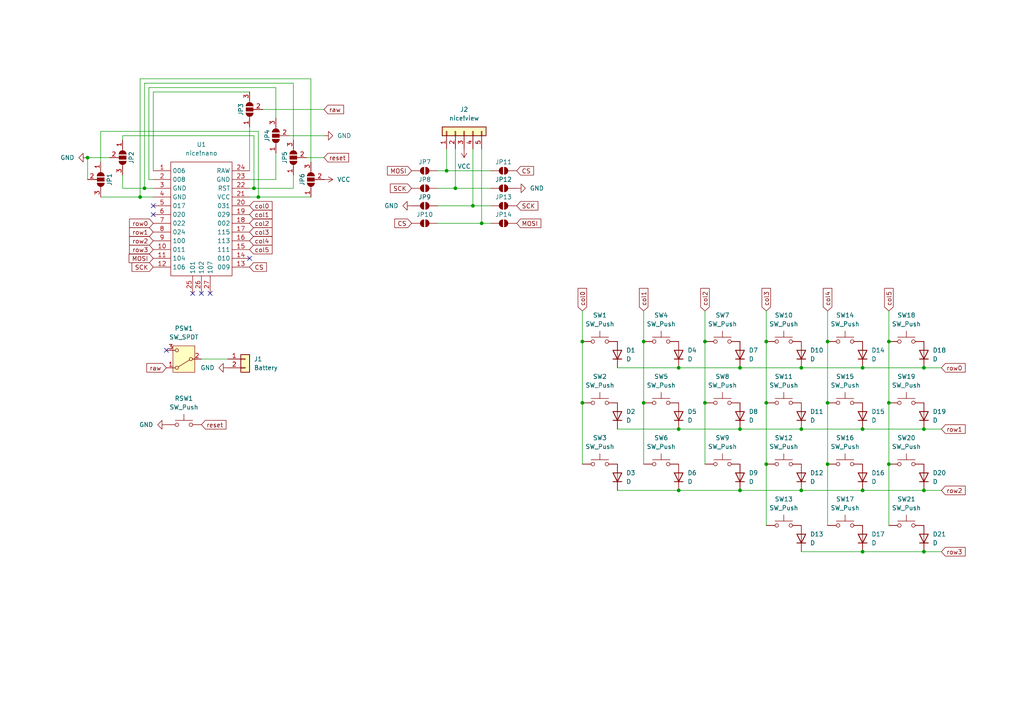
<source format=kicad_sch>
(kicad_sch (version 20231120) (generator "eeschema") (generator_version "8.0")
  (paper "A4")
  (lib_symbols
    (symbol "Connector_Generic:Conn_01x02" (pin_names (offset 1.016) hide)
      (property "Reference" "J" (at 0 2.54 0))
      (property "Value" "Conn_01x02" (at 0 -5.08 0))
      (symbol "Conn_01x02_1_1"
        (rectangle (start -1.27 -2.413) (end 0 -2.667) (stroke (width 0.1524)))
        (rectangle (start -1.27 0.127) (end 0 -0.127) (stroke (width 0.1524)))
        (rectangle (start -1.27 1.27) (end 1.27 -3.81) (stroke (width 0.254)) (fill (type background)))
        (pin passive line (at -5.08 0 0) (length 3.81) (name "Pin_1") (number "1"))
        (pin passive line (at -5.08 -2.54 0) (length 3.81) (name "Pin_2") (number "2"))
      )
    )
    (symbol "Connector_Generic:Conn_01x05" (pin_names (offset 1.016) hide)
      (property "Reference" "J" (at 0 7.62 0))
      (property "Value" "Conn_01x05" (at 0 -7.62 0))
      (symbol "Conn_01x05_1_1"
        (rectangle (start -1.27 -4.953) (end 0 -5.207) (stroke (width 0.1524)))
        (rectangle (start -1.27 -2.413) (end 0 -2.667) (stroke (width 0.1524)))
        (rectangle (start -1.27 0.127) (end 0 -0.127) (stroke (width 0.1524)))
        (rectangle (start -1.27 2.667) (end 0 2.413) (stroke (width 0.1524)))
        (rectangle (start -1.27 5.207) (end 0 4.953) (stroke (width 0.1524)))
        (rectangle (start -1.27 6.35) (end 1.27 -6.35) (stroke (width 0.254)) (fill (type background)))
        (pin passive line (at -5.08 5.08 0) (length 3.81) (name "Pin_1") (number "1"))
        (pin passive line (at -5.08 2.54 0) (length 3.81) (name "Pin_2") (number "2"))
        (pin passive line (at -5.08 0 0) (length 3.81) (name "Pin_3") (number "3"))
        (pin passive line (at -5.08 -2.54 0) (length 3.81) (name "Pin_4") (number "4"))
        (pin passive line (at -5.08 -5.08 0) (length 3.81) (name "Pin_5") (number "5"))
      )
    )
    (symbol "Corne:NiceNano"
      (property "Reference" "U" (at 0 20.32 0))
      (property "Value" "nice!nano" (at 0 17.78 0))
      (symbol "NiceNano_0_1"
        (rectangle (start -8.89 16.51) (end 8.89 -16.51))
      )
      (symbol "NiceNano_1_1"
        (pin bidirectional line (at -13.97 13.97 0) (length 5.08) (name "006") (number "1"))
        (pin bidirectional line (at -13.97 -8.89 0) (length 5.08) (name "011") (number "10"))
        (pin bidirectional line (at -13.97 -11.43 0) (length 5.08) (name "104") (number "11"))
        (pin bidirectional line (at -13.97 -13.97 0) (length 5.08) (name "106") (number "12"))
        (pin bidirectional line (at 13.97 -13.97 180) (length 5.08) (name "009") (number "13"))
        (pin bidirectional line (at 13.97 -11.43 180) (length 5.08) (name "010") (number "14"))
        (pin bidirectional line (at 13.97 -8.89 180) (length 5.08) (name "111") (number "15"))
        (pin bidirectional line (at 13.97 -6.35 180) (length 5.08) (name "113") (number "16"))
        (pin bidirectional line (at 13.97 -3.81 180) (length 5.08) (name "115") (number "17"))
        (pin bidirectional line (at 13.97 -1.27 180) (length 5.08) (name "002") (number "18"))
        (pin bidirectional line (at 13.97 1.27 180) (length 5.08) (name "029") (number "19"))
        (pin bidirectional line (at -13.97 11.43 0) (length 5.08) (name "008") (number "2"))
        (pin bidirectional line (at 13.97 3.81 180) (length 5.08) (name "031") (number "20"))
        (pin bidirectional line (at 13.97 6.35 180) (length 5.08) (name "VCC") (number "21"))
        (pin bidirectional line (at 13.97 8.89 180) (length 5.08) (name "RST") (number "22"))
        (pin bidirectional line (at 13.97 11.43 180) (length 5.08) (name "GND") (number "23"))
        (pin bidirectional line (at 13.97 13.97 180) (length 5.08) (name "RAW") (number "24"))
        (pin bidirectional line (at -2.54 -21.59 90) (length 5.08) (name "101") (number "25"))
        (pin bidirectional line (at 0 -21.59 90) (length 5.08) (name "102") (number "26"))
        (pin bidirectional line (at 2.54 -21.59 90) (length 5.08) (name "107") (number "27"))
        (pin bidirectional line (at -13.97 8.89 0) (length 5.08) (name "GND") (number "3"))
        (pin bidirectional line (at -13.97 6.35 0) (length 5.08) (name "GND") (number "4"))
        (pin bidirectional line (at -13.97 3.81 0) (length 5.08) (name "017") (number "5"))
        (pin bidirectional line (at -13.97 1.27 0) (length 5.08) (name "020") (number "6"))
        (pin bidirectional line (at -13.97 -1.27 0) (length 5.08) (name "022") (number "7"))
        (pin bidirectional line (at -13.97 -3.81 0) (length 5.08) (name "024") (number "8"))
        (pin bidirectional line (at -13.97 -6.35 0) (length 5.08) (name "100") (number "9"))
      )
    )
    (symbol "Device:D" (pin_numbers hide) (pin_names (offset 1.016) hide)
      (property "Reference" "D" (at 0 2.54 0))
      (property "Value" "D" (at 0 -2.54 0))
      (symbol "D_0_1"
        (polyline (pts (xy -1.27 1.27) (xy -1.27 -1.27)) (stroke (width 0.254)))
        (polyline (pts (xy 1.27 0) (xy -1.27 0)))
        (polyline (pts (xy 1.27 1.27) (xy 1.27 -1.27) (xy -1.27 0) (xy 1.27 1.27)) (stroke (width 0.254)))
      )
      (symbol "D_1_1"
        (pin passive line (at -3.81 0 0) (length 2.54) (name "K") (number "1"))
        (pin passive line (at 3.81 0 180) (length 2.54) (name "A") (number "2"))
      )
    )
    (symbol "Jumper:SolderJumper_2_Open" (pin_numbers hide) (pin_names (offset 0) hide) (exclude_from_sim yes) (in_bom no)
      (property "Reference" "JP" (at 0 2.032 0))
      (property "Value" "SolderJumper_2_Open" (at 0 -2.54 0))
      (symbol "SolderJumper_2_Open_0_1"
        (arc (start -0.254 1.016) (mid -1.2656 0) (end -0.254 -1.016))
        (arc (start -0.254 1.016) (mid -1.2656 0) (end -0.254 -1.016) (fill (type outline)))
        (polyline (pts (xy -0.254 1.016) (xy -0.254 -1.016)))
        (polyline (pts (xy 0.254 1.016) (xy 0.254 -1.016)))
        (arc (start 0.254 -1.016) (mid 1.2656 0) (end 0.254 1.016))
        (arc (start 0.254 -1.016) (mid 1.2656 0) (end 0.254 1.016) (fill (type outline)))
      )
      (symbol "SolderJumper_2_Open_1_1"
        (pin passive line (at -3.81 0 0) (length 2.54) (name "A") (number "1"))
        (pin passive line (at 3.81 0 180) (length 2.54) (name "B") (number "2"))
      )
    )
    (symbol "Jumper:SolderJumper_3_Open" (pin_names (offset 0) hide) (exclude_from_sim yes) (in_bom no)
      (property "Reference" "JP" (at -2.54 -2.54 0))
      (property "Value" "SolderJumper_3_Open" (at 0 2.794 0))
      (symbol "SolderJumper_3_Open_0_1"
        (arc (start -1.016 1.016) (mid -2.0276 0) (end -1.016 -1.016))
        (arc (start -1.016 1.016) (mid -2.0276 0) (end -1.016 -1.016) (fill (type outline)))
        (rectangle (start -0.508 1.016) (end 0.508 -1.016) (fill (type outline)))
        (polyline (pts (xy -2.54 0) (xy -2.032 0)))
        (polyline (pts (xy -1.016 1.016) (xy -1.016 -1.016)))
        (polyline (pts (xy 0 -1.27) (xy 0 -1.016)))
        (polyline (pts (xy 1.016 1.016) (xy 1.016 -1.016)))
        (polyline (pts (xy 2.54 0) (xy 2.032 0)))
        (arc (start 1.016 -1.016) (mid 2.0276 0) (end 1.016 1.016))
        (arc (start 1.016 -1.016) (mid 2.0276 0) (end 1.016 1.016) (fill (type outline)))
      )
      (symbol "SolderJumper_3_Open_1_1"
        (pin passive line (at -5.08 0 0) (length 2.54) (name "A") (number "1"))
        (pin passive line (at 0 -3.81 90) (length 2.54) (name "C") (number "2"))
        (pin passive line (at 5.08 0 180) (length 2.54) (name "B") (number "3"))
      )
    )
    (symbol "Switch:SW_Push" (pin_numbers hide) (pin_names (offset 1.016) hide)
      (property "Reference" "SW" (at 1.27 2.54 0))
      (property "Value" "SW_Push" (at 0 -1.524 0))
      (symbol "SW_Push_0_1"
        (circle (center -2.032 0) (radius 0.508))
        (polyline (pts (xy 0 1.27) (xy 0 3.048)))
        (polyline (pts (xy 2.54 1.27) (xy -2.54 1.27)))
        (circle (center 2.032 0) (radius 0.508))
        (pin passive line (at -5.08 0 0) (length 2.54) (name "1") (number "1"))
        (pin passive line (at 5.08 0 180) (length 2.54) (name "2") (number "2"))
      )
    )
    (symbol "Switch:SW_SPDT" (pin_names (offset 0) hide)
      (property "Reference" "SW" (at 0 5.08 0))
      (property "Value" "SW_SPDT" (at 0 -5.08 0))
      (symbol "SW_SPDT_0_1"
        (circle (center -2.032 0) (radius 0.4572))
        (polyline (pts (xy -1.651 0.254) (xy 1.651 2.286)))
        (circle (center 2.032 -2.54) (radius 0.4572))
        (circle (center 2.032 2.54) (radius 0.4572))
      )
      (symbol "SW_SPDT_1_1"
        (rectangle (start -3.175 3.81) (end 3.175 -3.81) (fill (type background)))
        (pin passive line (at 5.08 2.54 180) (length 2.54) (name "A") (number "1"))
        (pin passive line (at -5.08 0 0) (length 2.54) (name "B") (number "2"))
        (pin passive line (at 5.08 -2.54 180) (length 2.54) (name "C") (number "3"))
      )
    )
    (symbol "power:GND" (power) (pin_numbers hide) (pin_names (offset 0) hide)
      (property "Value" "GND" (at 0 -3.81 0))
      (symbol "GND_0_1"
        (polyline (pts (xy 0 0) (xy 0 -1.27) (xy 1.27 -1.27) (xy 0 -2.54) (xy -1.27 -1.27) (xy 0 -1.27)))
      )
      (symbol "GND_1_1"
        (pin power_in line (at 0 0 270) (length 0) (name "~") (number "1"))
      )
    )
    (symbol "power:VCC" (power) (pin_numbers hide) (pin_names (offset 0) hide)
      (property "Value" "VCC" (at 0 3.556 0))
      (symbol "VCC_0_1"
        (polyline (pts (xy -0.762 1.27) (xy 0 2.54)))
        (polyline (pts (xy 0 0) (xy 0 2.54)))
        (polyline (pts (xy 0 2.54) (xy 0.762 1.27)))
      )
      (symbol "VCC_1_1"
        (pin power_in line (at 0 0 90) (length 0) (name "~") (number "1"))
      )
    )
  )
  (junction (at 232.41 106.68))
  (junction (at 267.97 106.68))
  (junction (at 267.97 124.46))
  (junction (at 74.93 57.15))
  (junction (at 168.91 116.84))
  (junction (at 25.4 45.72))
  (junction (at 250.19 142.24))
  (junction (at 250.19 106.68))
  (junction (at 196.85 124.46))
  (junction (at 204.47 99.06))
  (junction (at 240.03 99.06))
  (junction (at 132.08 54.61))
  (junction (at 222.25 116.84))
  (junction (at 196.85 106.68))
  (junction (at 137.16 59.69))
  (junction (at 214.63 106.68))
  (junction (at 257.81 99.06))
  (junction (at 196.85 142.24))
  (junction (at 73.66 54.61))
  (junction (at 41.91 54.61))
  (junction (at 129.54 49.53))
  (junction (at 214.63 142.24))
  (junction (at 267.97 160.02))
  (junction (at 240.03 116.84))
  (junction (at 222.25 134.62))
  (junction (at 204.47 116.84))
  (junction (at 139.7 64.77))
  (junction (at 267.97 142.24))
  (junction (at 240.03 134.62))
  (junction (at 257.81 116.84))
  (junction (at 186.69 116.84))
  (junction (at 232.41 142.24))
  (junction (at 250.19 160.02))
  (junction (at 168.91 99.06))
  (junction (at 250.19 124.46))
  (junction (at 222.25 99.06))
  (junction (at 40.64 57.15))
  (junction (at 214.63 124.46))
  (junction (at 186.69 99.06))
  (junction (at 257.81 134.62))
  (junction (at 232.41 124.46))
  (no_connect (at 44.45 59.69))
  (no_connect (at 44.45 62.23))
  (no_connect (at 58.42 85.09))
  (no_connect (at 48.26 101.6))
  (no_connect (at 72.39 74.93))
  (no_connect (at 60.96 85.09))
  (no_connect (at 55.88 85.09))
  (wire (pts (xy 168.91 99.06) (xy 168.91 116.84)))
  (wire (pts (xy 40.64 22.86) (xy 40.64 57.15)))
  (wire (pts (xy 257.81 90.17) (xy 257.81 99.06)))
  (wire (pts (xy 186.69 90.17) (xy 186.69 99.06)))
  (wire (pts (xy 31.75 45.72) (xy 25.4 45.72)))
  (wire (pts (xy 232.41 142.24) (xy 250.19 142.24)))
  (wire (pts (xy 41.91 24.13) (xy 41.91 54.61)))
  (wire (pts (xy 41.91 54.61) (xy 44.45 54.61)))
  (wire (pts (xy 76.2 31.75) (xy 93.98 31.75)))
  (wire (pts (xy 204.47 99.06) (xy 204.47 116.84)))
  (wire (pts (xy 90.17 46.99) (xy 90.17 22.86)))
  (wire (pts (xy 132.08 54.61) (xy 127 54.61)))
  (wire (pts (xy 196.85 142.24) (xy 214.63 142.24)))
  (wire (pts (xy 250.19 142.24) (xy 267.97 142.24)))
  (wire (pts (xy 137.16 59.69) (xy 142.24 59.69)))
  (wire (pts (xy 74.93 57.15) (xy 90.17 57.15)))
  (wire (pts (xy 196.85 106.68) (xy 214.63 106.68)))
  (wire (pts (xy 129.54 43.18) (xy 129.54 49.53)))
  (wire (pts (xy 35.56 50.8) (xy 35.56 54.61)))
  (wire (pts (xy 222.25 99.06) (xy 222.25 116.84)))
  (wire (pts (xy 72.39 57.15) (xy 74.93 57.15)))
  (wire (pts (xy 204.47 116.84) (xy 204.47 134.62)))
  (wire (pts (xy 73.66 54.61) (xy 85.09 54.61)))
  (wire (pts (xy 74.93 38.1) (xy 74.93 57.15)))
  (wire (pts (xy 29.21 57.15) (xy 40.64 57.15)))
  (wire (pts (xy 72.39 52.07) (xy 80.01 52.07)))
  (wire (pts (xy 214.63 124.46) (xy 232.41 124.46)))
  (wire (pts (xy 257.81 99.06) (xy 257.81 116.84)))
  (wire (pts (xy 80.01 34.29) (xy 80.01 25.4)))
  (wire (pts (xy 25.4 45.72) (xy 25.4 52.07)))
  (wire (pts (xy 129.54 49.53) (xy 127 49.53)))
  (wire (pts (xy 43.18 52.07) (xy 44.45 52.07)))
  (wire (pts (xy 214.63 106.68) (xy 232.41 106.68)))
  (wire (pts (xy 72.39 26.67) (xy 44.45 26.67)))
  (wire (pts (xy 90.17 22.86) (xy 40.64 22.86)))
  (wire (pts (xy 137.16 43.18) (xy 137.16 59.69)))
  (wire (pts (xy 267.97 124.46) (xy 273.05 124.46)))
  (wire (pts (xy 72.39 54.61) (xy 73.66 54.61)))
  (wire (pts (xy 257.81 134.62) (xy 257.81 152.4)))
  (wire (pts (xy 139.7 43.18) (xy 139.7 64.77)))
  (wire (pts (xy 132.08 43.18) (xy 132.08 54.61)))
  (wire (pts (xy 240.03 134.62) (xy 240.03 152.4)))
  (wire (pts (xy 137.16 59.69) (xy 127 59.69)))
  (wire (pts (xy 85.09 24.13) (xy 41.91 24.13)))
  (wire (pts (xy 58.42 104.14) (xy 66.04 104.14)))
  (wire (pts (xy 168.91 116.84) (xy 168.91 134.62)))
  (wire (pts (xy 85.09 40.64) (xy 85.09 24.13)))
  (wire (pts (xy 250.19 124.46) (xy 267.97 124.46)))
  (wire (pts (xy 222.25 90.17) (xy 222.25 99.06)))
  (wire (pts (xy 88.9 45.72) (xy 93.98 45.72)))
  (wire (pts (xy 85.09 50.8) (xy 85.09 54.61)))
  (wire (pts (xy 267.97 106.68) (xy 273.05 106.68)))
  (wire (pts (xy 267.97 142.24) (xy 273.05 142.24)))
  (wire (pts (xy 222.25 116.84) (xy 222.25 134.62)))
  (wire (pts (xy 232.41 160.02) (xy 250.19 160.02)))
  (wire (pts (xy 214.63 142.24) (xy 232.41 142.24)))
  (wire (pts (xy 250.19 160.02) (xy 267.97 160.02)))
  (wire (pts (xy 168.91 90.17) (xy 168.91 99.06)))
  (wire (pts (xy 179.07 106.68) (xy 196.85 106.68)))
  (wire (pts (xy 232.41 124.46) (xy 250.19 124.46)))
  (wire (pts (xy 35.56 39.37) (xy 73.66 39.37)))
  (wire (pts (xy 80.01 25.4) (xy 43.18 25.4)))
  (wire (pts (xy 40.64 57.15) (xy 44.45 57.15)))
  (wire (pts (xy 29.21 46.99) (xy 29.21 38.1)))
  (wire (pts (xy 204.47 90.17) (xy 204.47 99.06)))
  (wire (pts (xy 132.08 54.61) (xy 142.24 54.61)))
  (wire (pts (xy 44.45 26.67) (xy 44.45 49.53)))
  (wire (pts (xy 129.54 49.53) (xy 142.24 49.53)))
  (wire (pts (xy 240.03 90.17) (xy 240.03 99.06)))
  (wire (pts (xy 186.69 116.84) (xy 186.69 134.62)))
  (wire (pts (xy 232.41 106.68) (xy 250.19 106.68)))
  (wire (pts (xy 222.25 134.62) (xy 222.25 152.4)))
  (wire (pts (xy 43.18 25.4) (xy 43.18 52.07)))
  (wire (pts (xy 72.39 36.83) (xy 72.39 49.53)))
  (wire (pts (xy 240.03 99.06) (xy 240.03 116.84)))
  (wire (pts (xy 35.56 39.37) (xy 35.56 40.64)))
  (wire (pts (xy 83.82 39.37) (xy 93.98 39.37)))
  (wire (pts (xy 73.66 39.37) (xy 73.66 54.61)))
  (wire (pts (xy 240.03 116.84) (xy 240.03 134.62)))
  (wire (pts (xy 139.7 64.77) (xy 127 64.77)))
  (wire (pts (xy 179.07 124.46) (xy 196.85 124.46)))
  (wire (pts (xy 29.21 38.1) (xy 74.93 38.1)))
  (wire (pts (xy 250.19 106.68) (xy 267.97 106.68)))
  (wire (pts (xy 179.07 142.24) (xy 196.85 142.24)))
  (wire (pts (xy 35.56 54.61) (xy 41.91 54.61)))
  (wire (pts (xy 80.01 44.45) (xy 80.01 52.07)))
  (wire (pts (xy 267.97 160.02) (xy 273.05 160.02)))
  (wire (pts (xy 257.81 116.84) (xy 257.81 134.62)))
  (wire (pts (xy 139.7 64.77) (xy 142.24 64.77)))
  (wire (pts (xy 186.69 99.06) (xy 186.69 116.84)))
  (wire (pts (xy 196.85 124.46) (xy 214.63 124.46)))
  (global_label "reset" (shape input) (at 58.42 123.19 0) (property "Intersheetrefs" "${INTERSHEET_REFS}" (effects (hide yes))))
  (global_label "col4" (shape input) (at 240.03 90.17 90) (property "Intersheetrefs" "${INTERSHEET_REFS}" (effects (hide yes))))
  (global_label "raw" (shape input) (at 93.98 31.75 0) (property "Intersheetrefs" "${INTERSHEET_REFS}" (effects (hide yes))))
  (global_label "col3" (shape input) (at 222.25 90.17 90) (property "Intersheetrefs" "${INTERSHEET_REFS}" (effects (hide yes))))
  (global_label "col2" (shape input) (at 204.47 90.17 90) (property "Intersheetrefs" "${INTERSHEET_REFS}" (effects (hide yes))))
  (global_label "col5" (shape input) (at 257.81 90.17 90) (property "Intersheetrefs" "${INTERSHEET_REFS}" (effects (hide yes))))
  (global_label "CS" (shape input) (at 149.86 49.53 0) (property "Intersheetrefs" "${INTERSHEET_REFS}" (effects (hide yes))))
  (global_label "col0" (shape input) (at 72.39 59.69 0) (property "Intersheetrefs" "${INTERSHEET_REFS}" (effects (hide yes))))
  (global_label "col3" (shape input) (at 72.39 67.31 0) (property "Intersheetrefs" "${INTERSHEET_REFS}" (effects (hide yes))))
  (global_label "row3" (shape input) (at 273.05 160.02 0) (property "Intersheetrefs" "${INTERSHEET_REFS}" (effects (hide yes))))
  (global_label "row1" (shape input) (at 273.05 124.46 0) (property "Intersheetrefs" "${INTERSHEET_REFS}" (effects (hide yes))))
  (global_label "MOSI" (shape input) (at 119.38 49.53 180) (property "Intersheetrefs" "${INTERSHEET_REFS}" (effects (hide yes))))
  (global_label "SCK" (shape input) (at 119.38 54.61 180) (property "Intersheetrefs" "${INTERSHEET_REFS}" (effects (hide yes))))
  (global_label "MOSI" (shape input) (at 44.45 74.93 180) (property "Intersheetrefs" "${INTERSHEET_REFS}" (effects (hide yes))))
  (global_label "raw" (shape input) (at 48.26 106.68 180) (property "Intersheetrefs" "${INTERSHEET_REFS}" (effects (hide yes))))
  (global_label "col2" (shape input) (at 72.39 64.77 0) (property "Intersheetrefs" "${INTERSHEET_REFS}" (effects (hide yes))))
  (global_label "row3" (shape input) (at 44.45 72.39 180) (property "Intersheetrefs" "${INTERSHEET_REFS}" (effects (hide yes))))
  (global_label "col4" (shape input) (at 72.39 69.85 0) (property "Intersheetrefs" "${INTERSHEET_REFS}" (effects (hide yes))))
  (global_label "col1" (shape input) (at 186.69 90.17 90) (property "Intersheetrefs" "${INTERSHEET_REFS}" (effects (hide yes))))
  (global_label "row2" (shape input) (at 44.45 69.85 180) (property "Intersheetrefs" "${INTERSHEET_REFS}" (effects (hide yes))))
  (global_label "col5" (shape input) (at 72.39 72.39 0) (property "Intersheetrefs" "${INTERSHEET_REFS}" (effects (hide yes))))
  (global_label "col0" (shape input) (at 168.91 90.17 90) (property "Intersheetrefs" "${INTERSHEET_REFS}" (effects (hide yes))))
  (global_label "row2" (shape input) (at 273.05 142.24 0) (property "Intersheetrefs" "${INTERSHEET_REFS}" (effects (hide yes))))
  (global_label "col1" (shape input) (at 72.39 62.23 0) (property "Intersheetrefs" "${INTERSHEET_REFS}" (effects (hide yes))))
  (global_label "row1" (shape input) (at 44.45 67.31 180) (property "Intersheetrefs" "${INTERSHEET_REFS}" (effects (hide yes))))
  (global_label "row0" (shape input) (at 273.05 106.68 0) (property "Intersheetrefs" "${INTERSHEET_REFS}" (effects (hide yes))))
  (global_label "MOSI" (shape input) (at 149.86 64.77 0) (property "Intersheetrefs" "${INTERSHEET_REFS}" (effects (hide yes))))
  (global_label "SCK" (shape input) (at 44.45 77.47 180) (property "Intersheetrefs" "${INTERSHEET_REFS}" (effects (hide yes))))
  (global_label "row0" (shape input) (at 44.45 64.77 180) (property "Intersheetrefs" "${INTERSHEET_REFS}" (effects (hide yes))))
  (global_label "CS" (shape input) (at 72.39 77.47 0) (property "Intersheetrefs" "${INTERSHEET_REFS}" (effects (hide yes))))
  (global_label "reset" (shape input) (at 93.98 45.72 0) (property "Intersheetrefs" "${INTERSHEET_REFS}" (effects (hide yes))))
  (global_label "SCK" (shape input) (at 149.86 59.69 0) (property "Intersheetrefs" "${INTERSHEET_REFS}" (effects (hide yes))))
  (global_label "CS" (shape input) (at 119.38 64.77 180) (property "Intersheetrefs" "${INTERSHEET_REFS}" (effects (hide yes))))
  (symbol (lib_id "power:VCC") (at 93.98 52.07 270) (unit 1)
    (property "Reference" "#PWR04" (effects (hide yes)))
    (property "Value" "VCC" (at 97.79 52.0699 90) (effects (justify left)))
    (property "Description" "Power symbol creates a global label with name \"VCC\"" (effects (hide yes)))
  )
  (symbol (lib_id "power:GND") (at 149.86 54.61 90) (unit 1)
    (property "Reference" "#PWR07" (effects (hide yes)))
    (property "Value" "GND" (at 153.67 54.6099 90) (effects (justify right)))
    (property "Description" "Power symbol creates a global label with name \"GND\" , ground" (effects (hide yes)))
  )
  (symbol (lib_id "Switch:SW_Push") (at 191.77 116.84 0) (unit 1)
    (property "Reference" "SW5" (at 191.77 109.22 0))
    (property "Value" "SW_Push" (at 191.77 111.76 0))
    (property "Description" "Push button switch, generic, two pins" (effects (hide yes)))
  )
  (symbol (lib_id "Device:D") (at 232.41 102.87 90) (unit 1)
    (property "Reference" "D10" (at 234.95 101.5999 90) (effects (justify right)))
    (property "Value" "D" (at 234.95 104.1399 90) (effects (justify right)))
    (property "Description" "Diode" (effects (hide yes)))
    (property "Sim.Device" "D" (effects (hide yes)))
    (property "Sim.Pins" "1=K 2=A" (effects (hide yes)))
  )
  (symbol (lib_id "Switch:SW_Push") (at 245.11 134.62 0) (unit 1)
    (property "Reference" "SW16" (at 245.11 127 0))
    (property "Value" "SW_Push" (at 245.11 129.54 0))
    (property "Description" "Push button switch, generic, two pins" (effects (hide yes)))
  )
  (symbol (lib_id "Connector_Generic:Conn_01x02") (at 71.12 104.14 0) (unit 1)
    (property "Reference" "J1" (at 73.66 104.1399 0) (effects (justify left)))
    (property "Value" "Battery" (at 73.66 106.6799 0) (effects (justify left)))
    (property "Description" "Generic connector, single row, 01x02, script generated (kicad-library-utils/schlib/autogen/connector/)" (effects (hide yes)))
  )
  (symbol (lib_id "Switch:SW_Push") (at 262.89 134.62 0) (unit 1)
    (property "Reference" "SW20" (at 262.89 127 0))
    (property "Value" "SW_Push" (at 262.89 129.54 0))
    (property "Description" "Push button switch, generic, two pins" (effects (hide yes)))
  )
  (symbol (lib_id "Switch:SW_Push") (at 262.89 116.84 0) (unit 1)
    (property "Reference" "SW19" (at 262.89 109.22 0))
    (property "Value" "SW_Push" (at 262.89 111.76 0))
    (property "Description" "Push button switch, generic, two pins" (effects (hide yes)))
  )
  (symbol (lib_id "Device:D") (at 214.63 120.65 90) (unit 1)
    (property "Reference" "D8" (at 217.17 119.3799 90) (effects (justify right)))
    (property "Value" "D" (at 217.17 121.9199 90) (effects (justify right)))
    (property "Description" "Diode" (effects (hide yes)))
    (property "Sim.Device" "D" (effects (hide yes)))
    (property "Sim.Pins" "1=K 2=A" (effects (hide yes)))
  )
  (symbol (lib_id "Device:D") (at 250.19 156.21 90) (unit 1)
    (property "Reference" "D17" (at 252.73 154.9399 90) (effects (justify right)))
    (property "Value" "D" (at 252.73 157.4799 90) (effects (justify right)))
    (property "Description" "Diode" (effects (hide yes)))
    (property "Sim.Device" "D" (effects (hide yes)))
    (property "Sim.Pins" "1=K 2=A" (effects (hide yes)))
  )
  (symbol (lib_id "Device:D") (at 214.63 138.43 90) (unit 1)
    (property "Reference" "D9" (at 217.17 137.1599 90) (effects (justify right)))
    (property "Value" "D" (at 217.17 139.6999 90) (effects (justify right)))
    (property "Description" "Diode" (effects (hide yes)))
    (property "Sim.Device" "D" (effects (hide yes)))
    (property "Sim.Pins" "1=K 2=A" (effects (hide yes)))
  )
  (symbol (lib_id "power:GND") (at 66.04 106.68 270) (unit 1)
    (property "Reference" "#PWR02" (effects (hide yes)))
    (property "Value" "GND" (at 62.23 106.6799 90) (effects (justify right)))
    (property "Description" "Power symbol creates a global label with name \"GND\" , ground" (effects (hide yes)))
  )
  (symbol (lib_id "Device:D") (at 196.85 120.65 90) (unit 1)
    (property "Reference" "D5" (at 199.39 119.3799 90) (effects (justify right)))
    (property "Value" "D" (at 199.39 121.9199 90) (effects (justify right)))
    (property "Description" "Diode" (effects (hide yes)))
    (property "Sim.Device" "D" (effects (hide yes)))
    (property "Sim.Pins" "1=K 2=A" (effects (hide yes)))
  )
  (symbol (lib_id "Switch:SW_Push") (at 227.33 134.62 0) (unit 1)
    (property "Reference" "SW12" (at 227.33 127 0))
    (property "Value" "SW_Push" (at 227.33 129.54 0))
    (property "Description" "Push button switch, generic, two pins" (effects (hide yes)))
  )
  (symbol (lib_id "Device:D") (at 179.07 102.87 90) (unit 1)
    (property "Reference" "D1" (at 181.61 101.5999 90) (effects (justify right)))
    (property "Value" "D" (at 181.61 104.1399 90) (effects (justify right)))
    (property "Description" "Diode" (effects (hide yes)))
    (property "Sim.Device" "D" (effects (hide yes)))
    (property "Sim.Pins" "1=K 2=A" (effects (hide yes)))
  )
  (symbol (lib_id "Jumper:SolderJumper_3_Open") (at 35.56 45.72 270) (unit 1) (exclude_from_sim yes) (in_bom no)
    (property "Reference" "JP2" (at 38.1 45.72 0))
    (property "Value" "SolderJumper_3_Open" (effects (hide yes)))
    (property "Description" "Solder Jumper, 3-pole, open" (effects (hide yes)))
  )
  (symbol (lib_id "power:GND") (at 48.26 123.19 270) (unit 1)
    (property "Reference" "#PWR08" (effects (hide yes)))
    (property "Value" "GND" (at 44.45 123.1899 90) (effects (justify right)))
    (property "Description" "Power symbol creates a global label with name \"GND\" , ground" (effects (hide yes)))
  )
  (symbol (lib_id "Switch:SW_Push") (at 262.89 152.4 0) (unit 1)
    (property "Reference" "SW21" (at 262.89 144.78 0))
    (property "Value" "SW_Push" (at 262.89 147.32 0))
    (property "Description" "Push button switch, generic, two pins" (effects (hide yes)))
  )
  (symbol (lib_id "Device:D") (at 179.07 138.43 90) (unit 1)
    (property "Reference" "D3" (at 181.61 137.1599 90) (effects (justify right)))
    (property "Value" "D" (at 181.61 139.6999 90) (effects (justify right)))
    (property "Description" "Diode" (effects (hide yes)))
    (property "Sim.Device" "D" (effects (hide yes)))
    (property "Sim.Pins" "1=K 2=A" (effects (hide yes)))
  )
  (symbol (lib_id "Device:D") (at 179.07 120.65 90) (unit 1)
    (property "Reference" "D2" (at 181.61 119.3799 90) (effects (justify right)))
    (property "Value" "D" (at 181.61 121.9199 90) (effects (justify right)))
    (property "Description" "Diode" (effects (hide yes)))
    (property "Sim.Device" "D" (effects (hide yes)))
    (property "Sim.Pins" "1=K 2=A" (effects (hide yes)))
  )
  (symbol (lib_id "Device:D") (at 196.85 102.87 90) (unit 1)
    (property "Reference" "D4" (at 199.39 101.5999 90) (effects (justify right)))
    (property "Value" "D" (at 199.39 104.1399 90) (effects (justify right)))
    (property "Description" "Diode" (effects (hide yes)))
    (property "Sim.Device" "D" (effects (hide yes)))
    (property "Sim.Pins" "1=K 2=A" (effects (hide yes)))
  )
  (symbol (lib_id "Switch:SW_Push") (at 191.77 99.06 0) (unit 1)
    (property "Reference" "SW4" (at 191.77 91.44 0))
    (property "Value" "SW_Push" (at 191.77 93.98 0))
    (property "Description" "Push button switch, generic, two pins" (effects (hide yes)))
  )
  (symbol (lib_id "Jumper:SolderJumper_3_Open") (at 85.09 45.72 90) (unit 1) (exclude_from_sim yes) (in_bom no)
    (property "Reference" "JP5" (at 82.55 45.72 0))
    (property "Value" "SolderJumper_3_Open" (effects (hide yes)))
    (property "Description" "Solder Jumper, 3-pole, open" (effects (hide yes)))
  )
  (symbol (lib_id "Switch:SW_Push") (at 191.77 134.62 0) (unit 1)
    (property "Reference" "SW6" (at 191.77 127 0))
    (property "Value" "SW_Push" (at 191.77 129.54 0))
    (property "Description" "Push button switch, generic, two pins" (effects (hide yes)))
  )
  (symbol (lib_id "Switch:SW_Push") (at 173.99 99.06 0) (unit 1)
    (property "Reference" "SW1" (at 173.99 91.44 0))
    (property "Value" "SW_Push" (at 173.99 93.98 0))
    (property "Description" "Push button switch, generic, two pins" (effects (hide yes)))
  )
  (symbol (lib_id "Device:D") (at 267.97 102.87 90) (unit 1)
    (property "Reference" "D18" (at 270.51 101.5999 90) (effects (justify right)))
    (property "Value" "D" (at 270.51 104.1399 90) (effects (justify right)))
    (property "Description" "Diode" (effects (hide yes)))
    (property "Sim.Device" "D" (effects (hide yes)))
    (property "Sim.Pins" "1=K 2=A" (effects (hide yes)))
  )
  (symbol (lib_id "Switch:SW_Push") (at 173.99 134.62 0) (unit 1)
    (property "Reference" "SW3" (at 173.99 127 0))
    (property "Value" "SW_Push" (at 173.99 129.54 0))
    (property "Description" "Push button switch, generic, two pins" (effects (hide yes)))
  )
  (symbol (lib_id "power:GND") (at 25.4 45.72 270) (unit 1)
    (property "Reference" "#PWR01" (effects (hide yes)))
    (property "Value" "GND" (at 21.59 45.7199 90) (effects (justify right)))
    (property "Description" "Power symbol creates a global label with name \"GND\" , ground" (effects (hide yes)))
  )
  (symbol (lib_id "Switch:SW_Push") (at 262.89 99.06 0) (unit 1)
    (property "Reference" "SW18" (at 262.89 91.44 0))
    (property "Value" "SW_Push" (at 262.89 93.98 0))
    (property "Description" "Push button switch, generic, two pins" (effects (hide yes)))
  )
  (symbol (lib_id "Jumper:SolderJumper_3_Open") (at 72.39 31.75 90) (unit 1) (exclude_from_sim yes) (in_bom no)
    (property "Reference" "JP3" (at 69.85 31.75 0))
    (property "Value" "SolderJumper_3_Open" (effects (hide yes)))
    (property "Description" "Solder Jumper, 3-pole, open" (effects (hide yes)))
  )
  (symbol (lib_id "Device:D") (at 267.97 138.43 90) (unit 1)
    (property "Reference" "D20" (at 270.51 137.1599 90) (effects (justify right)))
    (property "Value" "D" (at 270.51 139.6999 90) (effects (justify right)))
    (property "Description" "Diode" (effects (hide yes)))
    (property "Sim.Device" "D" (effects (hide yes)))
    (property "Sim.Pins" "1=K 2=A" (effects (hide yes)))
  )
  (symbol (lib_id "Jumper:SolderJumper_2_Open") (at 123.19 49.53 180) (unit 1) (exclude_from_sim yes) (in_bom no)
    (property "Reference" "JP7" (at 123.19 46.99 0))
    (property "Value" "SolderJumper_2_Open" (effects (hide yes)))
    (property "Description" "Solder Jumper, 2-pole, open" (effects (hide yes)))
  )
  (symbol (lib_id "Switch:SW_Push") (at 227.33 116.84 0) (unit 1)
    (property "Reference" "SW11" (at 227.33 109.22 0))
    (property "Value" "SW_Push" (at 227.33 111.76 0))
    (property "Description" "Push button switch, generic, two pins" (effects (hide yes)))
  )
  (symbol (lib_id "Switch:SW_Push") (at 245.11 99.06 0) (unit 1)
    (property "Reference" "SW14" (at 245.11 91.44 0))
    (property "Value" "SW_Push" (at 245.11 93.98 0))
    (property "Description" "Push button switch, generic, two pins" (effects (hide yes)))
  )
  (symbol (lib_id "Jumper:SolderJumper_3_Open") (at 90.17 52.07 90) (unit 1) (exclude_from_sim yes) (in_bom no)
    (property "Reference" "JP6" (at 87.63 52.07 0))
    (property "Value" "SolderJumper_3_Open" (effects (hide yes)))
    (property "Description" "Solder Jumper, 3-pole, open" (effects (hide yes)))
  )
  (symbol (lib_id "Jumper:SolderJumper_2_Open") (at 146.05 59.69 0) (unit 1) (exclude_from_sim yes) (in_bom no)
    (property "Reference" "JP13" (at 146.05 57.15 0))
    (property "Value" "SolderJumper_2_Open" (effects (hide yes)))
    (property "Description" "Solder Jumper, 2-pole, open" (effects (hide yes)))
  )
  (symbol (lib_id "power:GND") (at 93.98 39.37 90) (unit 1)
    (property "Reference" "#PWR03" (effects (hide yes)))
    (property "Value" "GND" (at 97.79 39.3699 90) (effects (justify right)))
    (property "Description" "Power symbol creates a global label with name \"GND\" , ground" (effects (hide yes)))
  )
  (symbol (lib_id "Jumper:SolderJumper_2_Open") (at 123.19 59.69 180) (unit 1) (exclude_from_sim yes) (in_bom no)
    (property "Reference" "JP9" (at 123.19 57.15 0))
    (property "Value" "SolderJumper_2_Open" (effects (hide yes)))
    (property "Description" "Solder Jumper, 2-pole, open" (effects (hide yes)))
  )
  (symbol (lib_id "Jumper:SolderJumper_2_Open") (at 146.05 54.61 0) (unit 1) (exclude_from_sim yes) (in_bom no)
    (property "Reference" "JP12" (at 146.05 52.07 0))
    (property "Value" "SolderJumper_2_Open" (effects (hide yes)))
    (property "Description" "Solder Jumper, 2-pole, open" (effects (hide yes)))
  )
  (symbol (lib_id "Switch:SW_Push") (at 209.55 116.84 0) (unit 1)
    (property "Reference" "SW8" (at 209.55 109.22 0))
    (property "Value" "SW_Push" (at 209.55 111.76 0))
    (property "Description" "Push button switch, generic, two pins" (effects (hide yes)))
  )
  (symbol (lib_id "Switch:SW_SPDT") (at 53.34 104.14 180) (unit 1)
    (property "Reference" "PSW1" (at 53.34 95.25 0))
    (property "Value" "SW_SPDT" (at 53.34 97.79 0))
    (property "Description" "Switch, single pole double throw" (effects (hide yes)))
  )
  (symbol (lib_id "Connector_Generic:Conn_01x05") (at 134.62 38.1 90) (unit 1)
    (property "Reference" "J2" (at 134.62 31.75 90))
    (property "Value" "nice!view" (at 134.62 34.29 90))
    (property "Description" "Generic connector, single row, 01x05, script generated (kicad-library-utils/schlib/autogen/connector/)" (effects (hide yes)))
  )
  (symbol (lib_id "Jumper:SolderJumper_2_Open") (at 146.05 49.53 0) (unit 1) (exclude_from_sim yes) (in_bom no)
    (property "Reference" "JP11" (at 146.05 46.99 0))
    (property "Value" "SolderJumper_2_Open" (effects (hide yes)))
    (property "Description" "Solder Jumper, 2-pole, open" (effects (hide yes)))
  )
  (symbol (lib_id "power:VCC") (at 134.62 43.18 180) (unit 1)
    (property "Reference" "#PWR06" (effects (hide yes)))
    (property "Value" "VCC" (at 134.62 48.26 0))
    (property "Description" "Power symbol creates a global label with name \"VCC\"" (effects (hide yes)))
  )
  (symbol (lib_id "Device:D") (at 214.63 102.87 90) (unit 1)
    (property "Reference" "D7" (at 217.17 101.5999 90) (effects (justify right)))
    (property "Value" "D" (at 217.17 104.1399 90) (effects (justify right)))
    (property "Description" "Diode" (effects (hide yes)))
    (property "Sim.Device" "D" (effects (hide yes)))
    (property "Sim.Pins" "1=K 2=A" (effects (hide yes)))
  )
  (symbol (lib_id "Device:D") (at 267.97 156.21 90) (unit 1)
    (property "Reference" "D21" (at 270.51 154.9399 90) (effects (justify right)))
    (property "Value" "D" (at 270.51 157.4799 90) (effects (justify right)))
    (property "Description" "Diode" (effects (hide yes)))
    (property "Sim.Device" "D" (effects (hide yes)))
    (property "Sim.Pins" "1=K 2=A" (effects (hide yes)))
  )
  (symbol (lib_id "Switch:SW_Push") (at 173.99 116.84 0) (unit 1)
    (property "Reference" "SW2" (at 173.99 109.22 0))
    (property "Value" "SW_Push" (at 173.99 111.76 0))
    (property "Description" "Push button switch, generic, two pins" (effects (hide yes)))
  )
  (symbol (lib_id "Switch:SW_Push") (at 227.33 152.4 0) (unit 1)
    (property "Reference" "SW13" (at 227.33 144.78 0))
    (property "Value" "SW_Push" (at 227.33 147.32 0))
    (property "Description" "Push button switch, generic, two pins" (effects (hide yes)))
  )
  (symbol (lib_id "Jumper:SolderJumper_2_Open") (at 123.19 64.77 180) (unit 1) (exclude_from_sim yes) (in_bom no)
    (property "Reference" "JP10" (at 123.19 62.23 0))
    (property "Value" "SolderJumper_2_Open" (effects (hide yes)))
    (property "Description" "Solder Jumper, 2-pole, open" (effects (hide yes)))
  )
  (symbol (lib_id "Switch:SW_Push") (at 245.11 116.84 0) (unit 1)
    (property "Reference" "SW15" (at 245.11 109.22 0))
    (property "Value" "SW_Push" (at 245.11 111.76 0))
    (property "Description" "Push button switch, generic, two pins" (effects (hide yes)))
  )
  (symbol (lib_id "Device:D") (at 232.41 120.65 90) (unit 1)
    (property "Reference" "D11" (at 234.95 119.3799 90) (effects (justify right)))
    (property "Value" "D" (at 234.95 121.9199 90) (effects (justify right)))
    (property "Description" "Diode" (effects (hide yes)))
    (property "Sim.Device" "D" (effects (hide yes)))
    (property "Sim.Pins" "1=K 2=A" (effects (hide yes)))
  )
  (symbol (lib_id "Device:D") (at 250.19 138.43 90) (unit 1)
    (property "Reference" "D16" (at 252.73 137.1599 90) (effects (justify right)))
    (property "Value" "D" (at 252.73 139.6999 90) (effects (justify right)))
    (property "Description" "Diode" (effects (hide yes)))
    (property "Sim.Device" "D" (effects (hide yes)))
    (property "Sim.Pins" "1=K 2=A" (effects (hide yes)))
  )
  (symbol (lib_id "Switch:SW_Push") (at 209.55 134.62 0) (unit 1)
    (property "Reference" "SW9" (at 209.55 127 0))
    (property "Value" "SW_Push" (at 209.55 129.54 0))
    (property "Description" "Push button switch, generic, two pins" (effects (hide yes)))
  )
  (symbol (lib_id "Device:D") (at 232.41 156.21 90) (unit 1)
    (property "Reference" "D13" (at 234.95 154.9399 90) (effects (justify right)))
    (property "Value" "D" (at 234.95 157.4799 90) (effects (justify right)))
    (property "Description" "Diode" (effects (hide yes)))
    (property "Sim.Device" "D" (effects (hide yes)))
    (property "Sim.Pins" "1=K 2=A" (effects (hide yes)))
  )
  (symbol (lib_id "Jumper:SolderJumper_2_Open") (at 146.05 64.77 0) (unit 1) (exclude_from_sim yes) (in_bom no)
    (property "Reference" "JP14" (at 146.05 62.23 0))
    (property "Value" "SolderJumper_2_Open" (effects (hide yes)))
    (property "Description" "Solder Jumper, 2-pole, open" (effects (hide yes)))
  )
  (symbol (lib_id "power:GND") (at 119.38 59.69 270) (unit 1)
    (property "Reference" "#PWR05" (effects (hide yes)))
    (property "Value" "GND" (at 115.57 59.6901 90) (effects (justify right)))
    (property "Description" "Power symbol creates a global label with name \"GND\" , ground" (effects (hide yes)))
  )
  (symbol (lib_id "Jumper:SolderJumper_3_Open") (at 29.21 52.07 270) (unit 1) (exclude_from_sim yes) (in_bom no)
    (property "Reference" "JP1" (at 31.75 52.07 0))
    (property "Value" "SolderJumper_3_Open" (effects (hide yes)))
    (property "Description" "Solder Jumper, 3-pole, open" (effects (hide yes)))
  )
  (symbol (lib_id "Switch:SW_Push") (at 209.55 99.06 0) (unit 1)
    (property "Reference" "SW7" (at 209.55 91.44 0))
    (property "Value" "SW_Push" (at 209.55 93.98 0))
    (property "Description" "Push button switch, generic, two pins" (effects (hide yes)))
  )
  (symbol (lib_id "Corne:NiceNano") (at 58.42 63.5 0) (unit 1)
    (property "Reference" "U1" (at 58.42 41.91 0))
    (property "Value" "nice!nano" (at 58.42 44.45 0))
  )
  (symbol (lib_id "Switch:SW_Push") (at 245.11 152.4 0) (unit 1)
    (property "Reference" "SW17" (at 245.11 144.78 0))
    (property "Value" "SW_Push" (at 245.11 147.32 0))
    (property "Description" "Push button switch, generic, two pins" (effects (hide yes)))
  )
  (symbol (lib_id "Device:D") (at 267.97 120.65 90) (unit 1)
    (property "Reference" "D19" (at 270.51 119.3799 90) (effects (justify right)))
    (property "Value" "D" (at 270.51 121.9199 90) (effects (justify right)))
    (property "Description" "Diode" (effects (hide yes)))
    (property "Sim.Device" "D" (effects (hide yes)))
    (property "Sim.Pins" "1=K 2=A" (effects (hide yes)))
  )
  (symbol (lib_id "Jumper:SolderJumper_3_Open") (at 80.01 39.37 90) (unit 1) (exclude_from_sim yes) (in_bom no)
    (property "Reference" "JP4" (at 77.47 39.37 0))
    (property "Value" "SolderJumper_3_Open" (effects (hide yes)))
    (property "Description" "Solder Jumper, 3-pole, open" (effects (hide yes)))
  )
  (symbol (lib_id "Switch:SW_Push") (at 227.33 99.06 0) (unit 1)
    (property "Reference" "SW10" (at 227.33 91.44 0))
    (property "Value" "SW_Push" (at 227.33 93.98 0))
    (property "Description" "Push button switch, generic, two pins" (effects (hide yes)))
  )
  (symbol (lib_id "Device:D") (at 196.85 138.43 90) (unit 1)
    (property "Reference" "D6" (at 199.39 137.1599 90) (effects (justify right)))
    (property "Value" "D" (at 199.39 139.6999 90) (effects (justify right)))
    (property "Description" "Diode" (effects (hide yes)))
    (property "Sim.Device" "D" (effects (hide yes)))
    (property "Sim.Pins" "1=K 2=A" (effects (hide yes)))
  )
  (symbol (lib_id "Jumper:SolderJumper_2_Open") (at 123.19 54.61 180) (unit 1) (exclude_from_sim yes) (in_bom no)
    (property "Reference" "JP8" (at 123.19 52.07 0))
    (property "Value" "SolderJumper_2_Open" (effects (hide yes)))
    (property "Description" "Solder Jumper, 2-pole, open" (effects (hide yes)))
  )
  (symbol (lib_id "Device:D") (at 250.19 102.87 90) (unit 1)
    (property "Reference" "D14" (at 252.73 101.5999 90) (effects (justify right)))
    (property "Value" "D" (at 252.73 104.1399 90) (effects (justify right)))
    (property "Description" "Diode" (effects (hide yes)))
    (property "Sim.Device" "D" (effects (hide yes)))
    (property "Sim.Pins" "1=K 2=A" (effects (hide yes)))
  )
  (symbol (lib_id "Device:D") (at 250.19 120.65 90) (unit 1)
    (property "Reference" "D15" (at 252.73 119.3799 90) (effects (justify right)))
    (property "Value" "D" (at 252.73 121.9199 90) (effects (justify right)))
    (property "Description" "Diode" (effects (hide yes)))
    (property "Sim.Device" "D" (effects (hide yes)))
    (property "Sim.Pins" "1=K 2=A" (effects (hide yes)))
  )
  (symbol (lib_id "Device:D") (at 232.41 138.43 90) (unit 1)
    (property "Reference" "D12" (at 234.95 137.1599 90) (effects (justify right)))
    (property "Value" "D" (at 234.95 139.6999 90) (effects (justify right)))
    (property "Description" "Diode" (effects (hide yes)))
    (property "Sim.Device" "D" (effects (hide yes)))
    (property "Sim.Pins" "1=K 2=A" (effects (hide yes)))
  )
  (symbol (lib_id "Switch:SW_Push") (at 53.34 123.19 0) (unit 1)
    (property "Reference" "RSW1" (at 53.34 115.57 0))
    (property "Value" "SW_Push" (at 53.34 118.11 0))
    (property "Description" "Push button switch, generic, two pins" (effects (hide yes)))
  )
)
</source>
